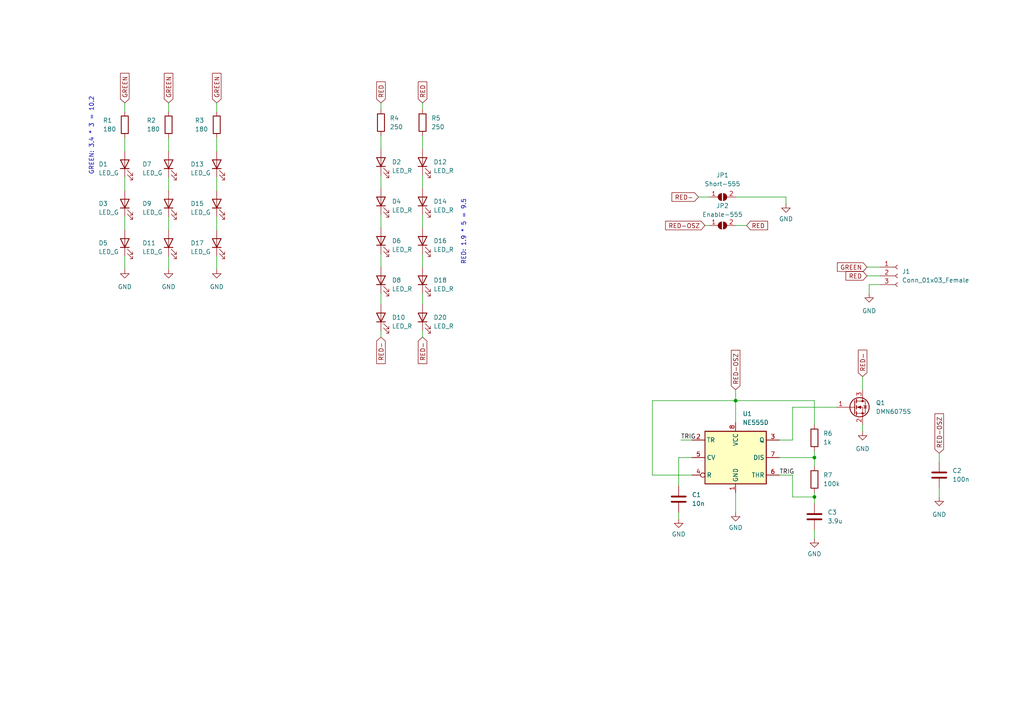
<source format=kicad_sch>
(kicad_sch (version 20211123) (generator eeschema)
  (paper "A4")
  (lib_symbols
    (symbol "Connector:Conn_01x03_Female" (pin_names (offset 1.016) hide)
      (property "Reference" "J" (at 0 5.08 0))
      (property "Value" "Conn_01x03_Female" (at 0 -5.08 0))
      (symbol "Conn_01x03_Female_1_1"
        (arc (start 0 -2.032) (mid -0.508 -2.54) (end 0 -3.048) (stroke (width 0.1524)))
        (polyline (pts (xy -1.27 -2.54) (xy -0.508 -2.54)) (stroke (width 0.1524)))
        (polyline (pts (xy -1.27 0) (xy -0.508 0)) (stroke (width 0.1524)))
        (polyline (pts (xy -1.27 2.54) (xy -0.508 2.54)) (stroke (width 0.1524)))
        (arc (start 0 0.508) (mid -0.508 0) (end 0 -0.508) (stroke (width 0.1524)))
        (arc (start 0 3.048) (mid -0.508 2.54) (end 0 2.032) (stroke (width 0.1524)))
        (pin passive line (at -5.08 2.54 0) (length 3.81) (name "Pin_1") (number "1"))
        (pin passive line (at -5.08 0 0) (length 3.81) (name "Pin_2") (number "2"))
        (pin passive line (at -5.08 -2.54 0) (length 3.81) (name "Pin_3") (number "3"))
      )
    )
    (symbol "Device:C" (pin_numbers hide) (pin_names (offset 0.254))
      (property "Reference" "C" (at 0.635 2.54 0))
      (property "Value" "C" (at 0.635 -2.54 0))
      (symbol "C_0_1"
        (polyline (pts (xy -2.032 -0.762) (xy 2.032 -0.762)) (stroke (width 0.508)))
        (polyline (pts (xy -2.032 0.762) (xy 2.032 0.762)) (stroke (width 0.508)))
      )
      (symbol "C_1_1"
        (pin passive line (at 0 3.81 270) (length 2.794) (name "~") (number "1"))
        (pin passive line (at 0 -3.81 90) (length 2.794) (name "~") (number "2"))
      )
    )
    (symbol "Device:LED" (pin_numbers hide) (pin_names (offset 1.016) hide)
      (property "Reference" "D" (at 0 2.54 0))
      (property "Value" "LED" (at 0 -2.54 0))
      (symbol "LED_0_1"
        (polyline (pts (xy -1.27 -1.27) (xy -1.27 1.27)) (stroke (width 0.254)))
        (polyline (pts (xy -1.27 0) (xy 1.27 0)))
        (polyline (pts (xy 1.27 -1.27) (xy 1.27 1.27) (xy -1.27 0) (xy 1.27 -1.27)) (stroke (width 0.254)))
        (polyline (pts (xy -3.048 -0.762) (xy -4.572 -2.286) (xy -3.81 -2.286) (xy -4.572 -2.286) (xy -4.572 -1.524)))
        (polyline (pts (xy -1.778 -0.762) (xy -3.302 -2.286) (xy -2.54 -2.286) (xy -3.302 -2.286) (xy -3.302 -1.524)))
      )
      (symbol "LED_1_1"
        (pin passive line (at -3.81 0 0) (length 2.54) (name "K") (number "1"))
        (pin passive line (at 3.81 0 180) (length 2.54) (name "A") (number "2"))
      )
    )
    (symbol "Device:R" (pin_numbers hide) (pin_names (offset 0))
      (property "Reference" "R" (at 2.032 0 90))
      (property "Value" "R" (at 0 0 90))
      (symbol "R_0_1"
        (rectangle (start -1.016 -2.54) (end 1.016 2.54) (stroke (width 0.254)))
      )
      (symbol "R_1_1"
        (pin passive line (at 0 3.81 270) (length 1.27) (name "~") (number "1"))
        (pin passive line (at 0 -3.81 90) (length 1.27) (name "~") (number "2"))
      )
    )
    (symbol "Jumper:SolderJumper_2_Open" (pin_names (offset 0) hide)
      (property "Reference" "JP" (at 0 2.032 0))
      (property "Value" "SolderJumper_2_Open" (at 0 -2.54 0))
      (symbol "SolderJumper_2_Open_0_1"
        (arc (start -0.254 1.016) (mid -1.27 0) (end -0.254 -1.016))
        (arc (start -0.254 1.016) (mid -1.27 0) (end -0.254 -1.016) (fill (type outline)))
        (polyline (pts (xy -0.254 1.016) (xy -0.254 -1.016)))
        (polyline (pts (xy 0.254 1.016) (xy 0.254 -1.016)))
        (arc (start 0.254 -1.016) (mid 1.27 0) (end 0.254 1.016))
        (arc (start 0.254 -1.016) (mid 1.27 0) (end 0.254 1.016) (fill (type outline)))
      )
      (symbol "SolderJumper_2_Open_1_1"
        (pin passive line (at -3.81 0 0) (length 2.54) (name "A") (number "1"))
        (pin passive line (at 3.81 0 180) (length 2.54) (name "B") (number "2"))
      )
    )
    (symbol "Timer:NE555D"
      (property "Reference" "U" (at -10.16 8.89 0))
      (property "Value" "NE555D" (at 2.54 8.89 0))
      (symbol "NE555D_0_0"
        (pin power_in line (at 0 -10.16 90) (length 2.54) (name "GND") (number "1"))
        (pin power_in line (at 0 10.16 270) (length 2.54) (name "VCC") (number "8"))
      )
      (symbol "NE555D_0_1"
        (rectangle (start -8.89 -7.62) (end 8.89 7.62) (stroke (width 0.254)) (fill (type background)))
        (rectangle (start -8.89 -7.62) (end 8.89 7.62) (stroke (width 0.254)) (fill (type background)))
      )
      (symbol "NE555D_1_1"
        (pin input line (at -12.7 5.08 0) (length 3.81) (name "TR") (number "2"))
        (pin output line (at 12.7 5.08 180) (length 3.81) (name "Q") (number "3"))
        (pin input inverted (at -12.7 -5.08 0) (length 3.81) (name "R") (number "4"))
        (pin input line (at -12.7 0 0) (length 3.81) (name "CV") (number "5"))
        (pin input line (at 12.7 -5.08 180) (length 3.81) (name "THR") (number "6"))
        (pin input line (at 12.7 0 180) (length 3.81) (name "DIS") (number "7"))
      )
    )
    (symbol "Transistor_FET:DMN6075S" (pin_names hide)
      (property "Reference" "Q" (at 5.08 1.905 0))
      (property "Value" "DMN6075S" (at 5.08 0 0))
      (symbol "DMN6075S_0_1"
        (polyline (pts (xy 0.254 0) (xy -2.54 0)))
        (polyline (pts (xy 0.254 1.905) (xy 0.254 -1.905)) (stroke (width 0.254)))
        (polyline (pts (xy 0.762 -1.27) (xy 0.762 -2.286)) (stroke (width 0.254)))
        (polyline (pts (xy 0.762 0.508) (xy 0.762 -0.508)) (stroke (width 0.254)))
        (polyline (pts (xy 0.762 2.286) (xy 0.762 1.27)) (stroke (width 0.254)))
        (polyline (pts (xy 2.54 2.54) (xy 2.54 1.778)))
        (polyline (pts (xy 2.54 -2.54) (xy 2.54 0) (xy 0.762 0)))
        (polyline (pts (xy 0.762 -1.778) (xy 3.302 -1.778) (xy 3.302 1.778) (xy 0.762 1.778)))
        (polyline (pts (xy 1.016 0) (xy 2.032 0.381) (xy 2.032 -0.381) (xy 1.016 0)) (fill (type outline)))
        (polyline (pts (xy 2.794 0.508) (xy 2.921 0.381) (xy 3.683 0.381) (xy 3.81 0.254)))
        (polyline (pts (xy 3.302 0.381) (xy 2.921 -0.254) (xy 3.683 -0.254) (xy 3.302 0.381)))
        (circle (center 1.651 0) (radius 2.794) (stroke (width 0.254)))
        (circle (center 2.54 -1.778) (radius 0.254) (fill (type outline)))
        (circle (center 2.54 1.778) (radius 0.254) (fill (type outline)))
      )
      (symbol "DMN6075S_1_1"
        (pin input line (at -5.08 0 0) (length 2.54) (name "G") (number "1"))
        (pin passive line (at 2.54 -5.08 90) (length 2.54) (name "S") (number "2"))
        (pin passive line (at 2.54 5.08 270) (length 2.54) (name "D") (number "3"))
      )
    )
    (symbol "power:GND" (power) (pin_names (offset 0))
      (property "Value" "GND" (at 0 -3.81 0))
      (symbol "GND_0_1"
        (polyline (pts (xy 0 0) (xy 0 -1.27) (xy 1.27 -1.27) (xy 0 -2.54) (xy -1.27 -1.27) (xy 0 -1.27)))
      )
      (symbol "GND_1_1"
        (pin power_in line (at 0 0 270) (length 0) hide (name "GND") (number "1"))
      )
    )
  )
  (junction (at 236.22 132.715))
  (junction (at 236.22 144.145))
  (junction (at 213.36 116.205))
  (wire (pts (xy 62.865 62.865) (xy 62.865 66.675)))
  (wire (pts (xy 48.895 40.005) (xy 48.895 43.815)))
  (wire (pts (xy 122.555 62.23) (xy 122.555 66.04)))
  (wire (pts (xy 196.85 140.97) (xy 196.85 132.715)))
  (wire (pts (xy 226.06 132.715) (xy 236.22 132.715)))
  (wire (pts (xy 236.22 132.715) (xy 236.22 135.255)))
  (wire (pts (xy 36.195 51.435) (xy 36.195 55.245)))
  (wire (pts (xy 110.49 39.37) (xy 110.49 43.18)))
  (wire (pts (xy 62.865 29.845) (xy 62.865 32.385)))
  (wire (pts (xy 272.415 131.445) (xy 272.415 133.985)))
  (wire (pts (xy 251.46 80.01) (xy 255.27 80.01)))
  (wire (pts (xy 251.46 77.47) (xy 255.27 77.47)))
  (wire (pts (xy 48.895 62.865) (xy 48.895 66.675)))
  (wire (pts (xy 236.22 116.205) (xy 236.22 123.19)))
  (wire (pts (xy 250.19 109.22) (xy 250.19 113.03)))
  (wire (pts (xy 236.22 142.875) (xy 236.22 144.145)))
  (wire (pts (xy 36.195 40.005) (xy 36.195 43.815)))
  (wire (pts (xy 62.865 40.005) (xy 62.865 43.815)))
  (wire (pts (xy 200.66 127.635) (xy 197.485 127.635)))
  (wire (pts (xy 213.36 142.875) (xy 213.36 148.59)))
  (wire (pts (xy 272.415 141.605) (xy 272.415 144.145)))
  (wire (pts (xy 110.49 85.09) (xy 110.49 88.265)))
  (wire (pts (xy 36.195 62.865) (xy 36.195 66.675)))
  (wire (pts (xy 200.66 137.795) (xy 189.23 137.795)))
  (wire (pts (xy 226.06 127.635) (xy 229.87 127.635)))
  (wire (pts (xy 229.87 137.795) (xy 226.06 137.795)))
  (wire (pts (xy 48.895 51.435) (xy 48.895 55.245)))
  (wire (pts (xy 36.195 74.295) (xy 36.195 78.105)))
  (wire (pts (xy 236.22 144.145) (xy 236.22 146.05)))
  (wire (pts (xy 62.865 51.435) (xy 62.865 55.245)))
  (wire (pts (xy 110.49 95.885) (xy 110.49 97.79)))
  (wire (pts (xy 189.23 116.205) (xy 213.36 116.205)))
  (wire (pts (xy 204.47 65.405) (xy 205.74 65.405)))
  (wire (pts (xy 48.895 29.845) (xy 48.895 32.385)))
  (wire (pts (xy 252.095 85.09) (xy 252.095 82.55)))
  (wire (pts (xy 110.49 29.845) (xy 110.49 31.75)))
  (wire (pts (xy 122.555 50.8) (xy 122.555 54.61)))
  (wire (pts (xy 48.895 74.295) (xy 48.895 78.105)))
  (wire (pts (xy 236.22 130.81) (xy 236.22 132.715)))
  (wire (pts (xy 122.555 95.885) (xy 122.555 97.79)))
  (wire (pts (xy 122.555 85.09) (xy 122.555 88.265)))
  (wire (pts (xy 189.23 137.795) (xy 189.23 116.205)))
  (wire (pts (xy 122.555 29.845) (xy 122.555 31.75)))
  (wire (pts (xy 196.85 148.59) (xy 196.85 150.495)))
  (wire (pts (xy 110.49 73.66) (xy 110.49 77.47)))
  (wire (pts (xy 227.965 57.15) (xy 227.965 59.055)))
  (wire (pts (xy 213.36 65.405) (xy 216.535 65.405)))
  (wire (pts (xy 229.87 127.635) (xy 229.87 118.11)))
  (wire (pts (xy 213.36 116.205) (xy 236.22 116.205)))
  (wire (pts (xy 122.555 73.66) (xy 122.555 77.47)))
  (wire (pts (xy 252.095 82.55) (xy 255.27 82.55)))
  (wire (pts (xy 122.555 39.37) (xy 122.555 43.18)))
  (wire (pts (xy 213.36 116.205) (xy 213.36 122.555)))
  (wire (pts (xy 110.49 62.23) (xy 110.49 66.04)))
  (wire (pts (xy 229.87 118.11) (xy 242.57 118.11)))
  (wire (pts (xy 110.49 50.8) (xy 110.49 54.61)))
  (wire (pts (xy 236.22 144.145) (xy 229.87 144.145)))
  (wire (pts (xy 213.36 57.15) (xy 227.965 57.15)))
  (wire (pts (xy 236.22 153.67) (xy 236.22 156.21)))
  (wire (pts (xy 196.85 132.715) (xy 200.66 132.715)))
  (wire (pts (xy 250.19 123.19) (xy 250.19 125.095)))
  (wire (pts (xy 62.865 74.295) (xy 62.865 78.105)))
  (wire (pts (xy 202.565 57.15) (xy 205.74 57.15)))
  (wire (pts (xy 36.195 29.845) (xy 36.195 32.385)))
  (wire (pts (xy 213.36 113.03) (xy 213.36 116.205)))
  (wire (pts (xy 229.87 137.795) (xy 229.87 144.145)))
  (text "RED: 1.9 * 5 = 9.5" (at 135.255 76.835 90) (effects (font (size 1.27 1.27)) (justify left bottom)))
  (text "GREEN: 3.4 * 3 = 10.2" (at 27.305 50.8 90) (effects (font (size 1.27 1.27)) (justify left bottom)))
  (label "TRIG" (at 197.485 127.635 0))
  (label "TRIG" (at 226.06 137.795 0))
  (global_label "GREEN" (shape input) (at 48.895 29.845 90) (property "Intersheet References" "${INTERSHEET_REFS}" (effects hide)))
  (global_label "GREEN" (shape input) (at 251.46 77.47 180) (property "Intersheet References" "${INTERSHEET_REFS}" (effects hide)))
  (global_label "RED-OSZ" (shape input) (at 213.36 113.03 90) (property "Intersheet References" "${INTERSHEET_REFS}" (effects hide)))
  (global_label "RED-" (shape input) (at 202.565 57.15 180) (property "Intersheet References" "${INTERSHEET_REFS}" (effects hide)))
  (global_label "RED" (shape input) (at 110.49 29.845 90) (property "Intersheet References" "${INTERSHEET_REFS}" (effects hide)))
  (global_label "RED" (shape input) (at 251.46 80.01 180) (property "Intersheet References" "${INTERSHEET_REFS}" (effects hide)))
  (global_label "RED-" (shape input) (at 250.19 109.22 90) (property "Intersheet References" "${INTERSHEET_REFS}" (effects hide)))
  (global_label "RED" (shape input) (at 216.535 65.405 0) (property "Intersheet References" "${INTERSHEET_REFS}" (effects hide)))
  (global_label "GREEN" (shape input) (at 62.865 29.845 90) (property "Intersheet References" "${INTERSHEET_REFS}" (effects hide)))
  (global_label "RED-" (shape input) (at 122.555 97.79 270) (property "Intersheet References" "${INTERSHEET_REFS}" (effects hide)))
  (global_label "RED-OSZ" (shape input) (at 272.415 131.445 90) (property "Intersheet References" "${INTERSHEET_REFS}" (effects hide)))
  (global_label "GREEN" (shape input) (at 36.195 29.845 90) (property "Intersheet References" "${INTERSHEET_REFS}" (effects hide)))
  (global_label "RED-OSZ" (shape input) (at 204.47 65.405 180) (property "Intersheet References" "${INTERSHEET_REFS}" (effects hide)))
  (global_label "RED" (shape input) (at 122.555 29.845 90) (property "Intersheet References" "${INTERSHEET_REFS}" (effects hide)))
  (global_label "RED-" (shape input) (at 110.49 97.79 270) (property "Intersheet References" "${INTERSHEET_REFS}" (effects hide)))
  (symbol (lib_id "Jumper:SolderJumper_2_Open") (at 209.55 57.15 0) (unit 1)
    (property "Reference" "JP1" (at 209.55 50.8 0))
    (property "Value" "Short-555" (at 209.55 53.34 0))
    (property "Footprint" "Jumper:SolderJumper-2_P1.3mm_Open_RoundedPad1.0x1.5mm" (effects hide))
  )
  (symbol (lib_id "Device:LED") (at 122.555 46.99 90) (unit 1)
    (property "Reference" "D12" (at 125.73 46.99 90) (effects (justify right)))
    (property "Value" "LED_R" (at 125.73 49.53 90) (effects (justify right)))
    (property "Footprint" "LED_THT:LED_D5.0mm_Horizontal_O1.27mm_Z3.0mm_Clear" (effects hide))
    (property "Datasheet" "https://www.mouser.de/datasheet/2/445/151053RS03000-1715681.pdf" (effects hide))
  )
  (symbol (lib_id "Device:C") (at 196.85 144.78 0) (unit 1)
    (property "Reference" "C1" (at 200.66 143.5099 0) (effects (justify left)))
    (property "Value" "10n" (at 200.66 146.0499 0) (effects (justify left)))
    (property "Footprint" "Capacitor_SMD:C_0603_1608Metric" (effects hide))
  )
  (symbol (lib_id "Device:LED") (at 110.49 69.85 90) (unit 1)
    (property "Reference" "D6" (at 113.665 69.85 90) (effects (justify right)))
    (property "Value" "LED_R" (at 113.665 72.39 90) (effects (justify right)))
    (property "Footprint" "LED_THT:LED_D5.0mm_Horizontal_O1.27mm_Z3.0mm_Clear" (effects hide))
    (property "Datasheet" "https://www.mouser.de/datasheet/2/445/151053RS03000-1715681.pdf" (effects hide))
  )
  (symbol (lib_id "Device:C") (at 236.22 149.86 0) (unit 1)
    (property "Reference" "C3" (at 240.03 148.5899 0) (effects (justify left)))
    (property "Value" "3.9u" (at 240.03 151.1299 0) (effects (justify left)))
    (property "Footprint" "Capacitor_SMD:C_0603_1608Metric" (effects hide))
  )
  (symbol (lib_id "Device:C") (at 272.415 137.795 0) (unit 1)
    (property "Reference" "C2" (at 276.225 136.5249 0) (effects (justify left)))
    (property "Value" "100n" (at 276.225 139.0649 0) (effects (justify left)))
    (property "Footprint" "Capacitor_SMD:C_0603_1608Metric" (effects hide))
  )
  (symbol (lib_id "Device:R") (at 122.555 35.56 0) (unit 1)
    (property "Reference" "R5" (at 125.095 34.2899 0) (effects (justify left)))
    (property "Value" "250" (at 125.095 36.8299 0) (effects (justify left)))
    (property "Footprint" "Resistor_SMD:R_0603_1608Metric_Pad0.98x0.95mm_HandSolder" (effects hide))
  )
  (symbol (lib_id "power:GND") (at 252.095 85.09 0) (unit 1)
    (property "Reference" "#PWR0106" (effects hide))
    (property "Value" "GND" (at 252.095 90.17 0))
  )
  (symbol (lib_id "Device:LED") (at 62.865 47.625 90) (unit 1)
    (property "Reference" "D13" (at 55.245 47.625 90) (effects (justify right)))
    (property "Value" "LED_G" (at 55.245 50.165 90) (effects (justify right)))
    (property "Footprint" "LED_THT:LED_D5.0mm_Horizontal_O1.27mm_Z3.0mm_Clear" (effects hide))
    (property "Datasheet" "https://www.mouser.de/datasheet/2/445/151053GS03000-1715545.pdf" (effects hide))
  )
  (symbol (lib_id "Device:R") (at 62.865 36.195 0) (unit 1)
    (property "Reference" "R3" (at 56.515 34.925 0) (effects (justify left)))
    (property "Value" "180" (at 56.515 37.465 0) (effects (justify left)))
    (property "Footprint" "Resistor_SMD:R_0603_1608Metric_Pad0.98x0.95mm_HandSolder" (effects hide))
  )
  (symbol (lib_id "Device:LED") (at 110.49 92.075 90) (unit 1)
    (property "Reference" "D10" (at 113.665 92.075 90) (effects (justify right)))
    (property "Value" "LED_R" (at 113.665 94.615 90) (effects (justify right)))
    (property "Footprint" "LED_THT:LED_D5.0mm_Horizontal_O1.27mm_Z3.0mm_Clear" (effects hide))
    (property "Datasheet" "https://www.mouser.de/datasheet/2/445/151053RS03000-1715681.pdf" (effects hide))
  )
  (symbol (lib_id "Device:R") (at 110.49 35.56 0) (unit 1)
    (property "Reference" "R4" (at 113.03 34.2899 0) (effects (justify left)))
    (property "Value" "250" (at 113.03 36.8299 0) (effects (justify left)))
    (property "Footprint" "Resistor_SMD:R_0603_1608Metric_Pad0.98x0.95mm_HandSolder" (effects hide))
  )
  (symbol (lib_id "Device:LED") (at 36.195 70.485 90) (unit 1)
    (property "Reference" "D5" (at 28.575 70.485 90) (effects (justify right)))
    (property "Value" "LED_G" (at 28.575 73.025 90) (effects (justify right)))
    (property "Footprint" "LED_THT:LED_D5.0mm_Horizontal_O1.27mm_Z3.0mm_Clear" (effects hide))
    (property "Datasheet" "https://www.mouser.de/datasheet/2/445/151053GS03000-1715545.pdf" (effects hide))
  )
  (symbol (lib_id "Device:R") (at 236.22 139.065 0) (unit 1)
    (property "Reference" "R7" (at 238.76 137.7949 0) (effects (justify left)))
    (property "Value" "100k" (at 238.76 140.3349 0) (effects (justify left)))
    (property "Footprint" "Resistor_SMD:R_0603_1608Metric_Pad0.98x0.95mm_HandSolder" (effects hide))
  )
  (symbol (lib_id "Device:R") (at 48.895 36.195 0) (unit 1)
    (property "Reference" "R2" (at 42.545 34.925 0) (effects (justify left)))
    (property "Value" "180" (at 42.545 37.465 0) (effects (justify left)))
    (property "Footprint" "Resistor_SMD:R_0603_1608Metric_Pad0.98x0.95mm_HandSolder" (effects hide))
  )
  (symbol (lib_id "power:GND") (at 272.415 144.145 0) (unit 1)
    (property "Reference" "#PWR0109" (effects hide))
    (property "Value" "GND" (at 272.415 149.225 0))
  )
  (symbol (lib_id "Device:LED") (at 122.555 58.42 90) (unit 1)
    (property "Reference" "D14" (at 125.73 58.42 90) (effects (justify right)))
    (property "Value" "LED_R" (at 125.73 60.96 90) (effects (justify right)))
    (property "Footprint" "LED_THT:LED_D5.0mm_Horizontal_O1.27mm_Z3.0mm_Clear" (effects hide))
    (property "Datasheet" "https://www.mouser.de/datasheet/2/445/151053RS03000-1715681.pdf" (effects hide))
  )
  (symbol (lib_id "Device:R") (at 36.195 36.195 0) (unit 1)
    (property "Reference" "R1" (at 29.845 34.925 0) (effects (justify left)))
    (property "Value" "180" (at 29.845 37.465 0) (effects (justify left)))
    (property "Footprint" "Resistor_SMD:R_0603_1608Metric_Pad0.98x0.95mm_HandSolder" (effects hide))
  )
  (symbol (lib_id "Device:LED") (at 122.555 92.075 90) (unit 1)
    (property "Reference" "D20" (at 125.73 92.075 90) (effects (justify right)))
    (property "Value" "LED_R" (at 125.73 94.615 90) (effects (justify right)))
    (property "Footprint" "LED_THT:LED_D5.0mm_Horizontal_O1.27mm_Z3.0mm_Clear" (effects hide))
    (property "Datasheet" "https://www.mouser.de/datasheet/2/445/151053RS03000-1715681.pdf" (effects hide))
  )
  (symbol (lib_id "Device:LED") (at 110.49 58.42 90) (unit 1)
    (property "Reference" "D4" (at 113.665 58.42 90) (effects (justify right)))
    (property "Value" "LED_R" (at 113.665 60.96 90) (effects (justify right)))
    (property "Footprint" "LED_THT:LED_D5.0mm_Horizontal_O1.27mm_Z3.0mm_Clear" (effects hide))
    (property "Datasheet" "https://www.mouser.de/datasheet/2/445/151053RS03000-1715681.pdf" (effects hide))
  )
  (symbol (lib_id "Device:LED") (at 122.555 81.28 90) (unit 1)
    (property "Reference" "D18" (at 125.73 81.28 90) (effects (justify right)))
    (property "Value" "LED_R" (at 125.73 83.82 90) (effects (justify right)))
    (property "Footprint" "LED_THT:LED_D5.0mm_Horizontal_O1.27mm_Z3.0mm_Clear" (effects hide))
    (property "Datasheet" "https://www.mouser.de/datasheet/2/445/151053RS03000-1715681.pdf" (effects hide))
  )
  (symbol (lib_id "power:GND") (at 250.19 125.095 0) (unit 1)
    (property "Reference" "#PWR0108" (effects hide))
    (property "Value" "GND" (at 250.19 130.175 0))
  )
  (symbol (lib_id "Jumper:SolderJumper_2_Open") (at 209.55 65.405 0) (unit 1)
    (property "Reference" "JP2" (at 209.55 59.69 0))
    (property "Value" "Enable-555" (at 209.55 62.23 0))
    (property "Footprint" "Jumper:SolderJumper-2_P1.3mm_Open_RoundedPad1.0x1.5mm" (effects hide))
  )
  (symbol (lib_id "Device:LED") (at 48.895 59.055 90) (unit 1)
    (property "Reference" "D9" (at 41.275 59.055 90) (effects (justify right)))
    (property "Value" "LED_G" (at 41.275 61.595 90) (effects (justify right)))
    (property "Footprint" "LED_THT:LED_D5.0mm_Horizontal_O1.27mm_Z3.0mm_Clear" (effects hide))
    (property "Datasheet" "https://www.mouser.de/datasheet/2/445/151053GS03000-1715545.pdf" (effects hide))
  )
  (symbol (lib_id "Connector:Conn_01x03_Female") (at 260.35 80.01 0) (unit 1)
    (property "Reference" "J1" (at 261.62 78.7399 0) (effects (justify left)))
    (property "Value" "Conn_01x03_Female" (at 261.62 81.2799 0) (effects (justify left)))
    (property "Footprint" "Connector_PinHeader_2.54mm:PinHeader_1x03_P2.54mm_Vertical" (effects hide))
  )
  (symbol (lib_id "power:GND") (at 213.36 148.59 0) (unit 1)
    (property "Reference" "#PWR0104" (effects hide))
    (property "Value" "GND" (at 213.36 153.035 0))
  )
  (symbol (lib_id "Device:LED") (at 36.195 47.625 90) (unit 1)
    (property "Reference" "D1" (at 28.575 47.625 90) (effects (justify right)))
    (property "Value" "LED_G" (at 28.575 50.165 90) (effects (justify right)))
    (property "Footprint" "LED_THT:LED_D5.0mm_Horizontal_O1.27mm_Z3.0mm_Clear" (effects hide))
    (property "Datasheet" "https://www.mouser.de/datasheet/2/445/151053GS03000-1715545.pdf" (effects hide))
  )
  (symbol (lib_id "Device:LED") (at 122.555 69.85 90) (unit 1)
    (property "Reference" "D16" (at 125.73 69.85 90) (effects (justify right)))
    (property "Value" "LED_R" (at 125.73 72.39 90) (effects (justify right)))
    (property "Footprint" "LED_THT:LED_D5.0mm_Horizontal_O1.27mm_Z3.0mm_Clear" (effects hide))
    (property "Datasheet" "https://www.mouser.de/datasheet/2/445/151053RS03000-1715681.pdf" (effects hide))
  )
  (symbol (lib_id "Device:R") (at 236.22 127 0) (unit 1)
    (property "Reference" "R6" (at 238.76 125.7299 0) (effects (justify left)))
    (property "Value" "1k" (at 238.76 128.2699 0) (effects (justify left)))
    (property "Footprint" "Resistor_SMD:R_0603_1608Metric_Pad0.98x0.95mm_HandSolder" (effects hide))
  )
  (symbol (lib_id "power:GND") (at 236.22 156.21 0) (unit 1)
    (property "Reference" "#PWR0107" (effects hide))
    (property "Value" "GND" (at 236.22 160.655 0))
  )
  (symbol (lib_id "Device:LED") (at 48.895 47.625 90) (unit 1)
    (property "Reference" "D7" (at 41.275 47.625 90) (effects (justify right)))
    (property "Value" "LED_G" (at 41.275 50.165 90) (effects (justify right)))
    (property "Footprint" "LED_THT:LED_D5.0mm_Horizontal_O1.27mm_Z3.0mm_Clear" (effects hide))
    (property "Datasheet" "https://www.mouser.de/datasheet/2/445/151053GS03000-1715545.pdf" (effects hide))
  )
  (symbol (lib_id "power:GND") (at 196.85 150.495 0) (unit 1)
    (property "Reference" "#PWR0110" (effects hide))
    (property "Value" "GND" (at 196.85 154.94 0))
  )
  (symbol (lib_id "Device:LED") (at 110.49 46.99 90) (unit 1)
    (property "Reference" "D2" (at 113.665 46.99 90) (effects (justify right)))
    (property "Value" "LED_R" (at 113.665 49.53 90) (effects (justify right)))
    (property "Footprint" "LED_THT:LED_D5.0mm_Horizontal_O1.27mm_Z3.0mm_Clear" (effects hide))
    (property "Datasheet" "https://www.mouser.de/datasheet/2/445/151053RS03000-1715681.pdf" (effects hide))
  )
  (symbol (lib_id "power:GND") (at 36.195 78.105 0) (unit 1)
    (property "Reference" "#PWR0101" (effects hide))
    (property "Value" "GND" (at 36.195 83.185 0))
  )
  (symbol (lib_id "Transistor_FET:DMN6075S") (at 247.65 118.11 0) (unit 1)
    (property "Reference" "Q1" (at 254 116.8399 0) (effects (justify left)))
    (property "Value" "DMN6075S" (at 254 119.3799 0) (effects (justify left)))
    (property "Footprint" "Package_TO_SOT_SMD:SOT-23W" (effects hide))
    (property "Datasheet" "http://www.diodes.com/assets/Datasheets/DMN6075S.pdf" (effects hide))
  )
  (symbol (lib_id "power:GND") (at 48.895 78.105 0) (unit 1)
    (property "Reference" "#PWR0102" (effects hide))
    (property "Value" "GND" (at 48.895 83.185 0))
  )
  (symbol (lib_id "Device:LED") (at 36.195 59.055 90) (unit 1)
    (property "Reference" "D3" (at 28.575 59.055 90) (effects (justify right)))
    (property "Value" "LED_G" (at 28.575 61.595 90) (effects (justify right)))
    (property "Footprint" "LED_THT:LED_D5.0mm_Horizontal_O1.27mm_Z3.0mm_Clear" (effects hide))
    (property "Datasheet" "https://www.mouser.de/datasheet/2/445/151053GS03000-1715545.pdf" (effects hide))
  )
  (symbol (lib_id "Device:LED") (at 62.865 70.485 90) (unit 1)
    (property "Reference" "D17" (at 55.245 70.485 90) (effects (justify right)))
    (property "Value" "LED_G" (at 55.245 73.025 90) (effects (justify right)))
    (property "Footprint" "LED_THT:LED_D5.0mm_Horizontal_O1.27mm_Z3.0mm_Clear" (effects hide))
    (property "Datasheet" "https://www.mouser.de/datasheet/2/445/151053GS03000-1715545.pdf" (effects hide))
  )
  (symbol (lib_id "Device:LED") (at 110.49 81.28 90) (unit 1)
    (property "Reference" "D8" (at 113.665 81.28 90) (effects (justify right)))
    (property "Value" "LED_R" (at 113.665 83.82 90) (effects (justify right)))
    (property "Footprint" "LED_THT:LED_D5.0mm_Horizontal_O1.27mm_Z3.0mm_Clear" (effects hide))
    (property "Datasheet" "https://www.mouser.de/datasheet/2/445/151053RS03000-1715681.pdf" (effects hide))
  )
  (symbol (lib_id "power:GND") (at 62.865 78.105 0) (unit 1)
    (property "Reference" "#PWR0103" (effects hide))
    (property "Value" "GND" (at 62.865 83.185 0))
  )
  (symbol (lib_id "Device:LED") (at 62.865 59.055 90) (unit 1)
    (property "Reference" "D15" (at 55.245 59.055 90) (effects (justify right)))
    (property "Value" "LED_G" (at 55.245 61.595 90) (effects (justify right)))
    (property "Footprint" "LED_THT:LED_D5.0mm_Horizontal_O1.27mm_Z3.0mm_Clear" (effects hide))
    (property "Datasheet" "https://www.mouser.de/datasheet/2/445/151053GS03000-1715545.pdf" (effects hide))
  )
  (symbol (lib_id "power:GND") (at 227.965 59.055 0) (unit 1)
    (property "Reference" "#PWR0105" (effects hide))
    (property "Value" "GND" (at 227.965 63.5 0))
  )
  (symbol (lib_id "Timer:NE555D") (at 213.36 132.715 0) (unit 1)
    (property "Reference" "U1" (at 215.3794 120.015 0) (effects (justify left)))
    (property "Value" "NE555D" (at 215.3794 122.555 0) (effects (justify left)))
    (property "Footprint" "Package_SO:SOIC-8_3.9x4.9mm_P1.27mm" (effects hide))
    (property "Datasheet" "http://www.ti.com/lit/ds/symlink/ne555.pdf" (effects hide))
  )
  (symbol (lib_id "Device:LED") (at 48.895 70.485 90) (unit 1)
    (property "Reference" "D11" (at 41.275 70.485 90) (effects (justify right)))
    (property "Value" "LED_G" (at 41.275 73.025 90) (effects (justify right)))
    (property "Footprint" "LED_THT:LED_D5.0mm_Horizontal_O1.27mm_Z3.0mm_Clear" (effects hide))
    (property "Datasheet" "https://www.mouser.de/datasheet/2/445/151053GS03000-1715545.pdf" (effects hide))
  )
)
</source>
